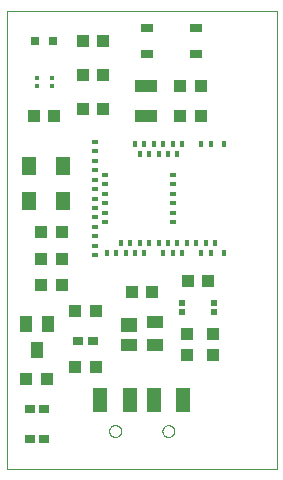
<source format=gtp>
G75*
%MOIN*%
%OFA0B0*%
%FSLAX25Y25*%
%IPPOS*%
%LPD*%
%AMOC8*
5,1,8,0,0,1.08239X$1,22.5*
%
%ADD10C,0.00000*%
%ADD11R,0.01575X0.02362*%
%ADD12R,0.02362X0.01575*%
%ADD13R,0.07480X0.04331*%
%ADD14R,0.04134X0.04252*%
%ADD15R,0.03642X0.02913*%
%ADD16R,0.04252X0.04134*%
%ADD17R,0.05669X0.03937*%
%ADD18R,0.05669X0.04724*%
%ADD19R,0.04724X0.07874*%
%ADD20R,0.03937X0.04331*%
%ADD21R,0.04134X0.02559*%
%ADD22R,0.02165X0.02165*%
%ADD23R,0.03150X0.03150*%
%ADD24R,0.01772X0.01378*%
%ADD25R,0.03937X0.05512*%
%ADD26R,0.04724X0.05906*%
D10*
X0022622Y0058041D02*
X0022622Y0210541D01*
X0112622Y0210541D01*
X0112622Y0058041D01*
X0022622Y0058041D01*
X0056795Y0070541D02*
X0056797Y0070629D01*
X0056803Y0070717D01*
X0056813Y0070805D01*
X0056827Y0070893D01*
X0056844Y0070979D01*
X0056866Y0071065D01*
X0056891Y0071149D01*
X0056921Y0071233D01*
X0056953Y0071315D01*
X0056990Y0071395D01*
X0057030Y0071474D01*
X0057074Y0071551D01*
X0057121Y0071626D01*
X0057171Y0071698D01*
X0057225Y0071769D01*
X0057281Y0071836D01*
X0057341Y0071902D01*
X0057403Y0071964D01*
X0057469Y0072024D01*
X0057536Y0072080D01*
X0057607Y0072134D01*
X0057679Y0072184D01*
X0057754Y0072231D01*
X0057831Y0072275D01*
X0057910Y0072315D01*
X0057990Y0072352D01*
X0058072Y0072384D01*
X0058156Y0072414D01*
X0058240Y0072439D01*
X0058326Y0072461D01*
X0058412Y0072478D01*
X0058500Y0072492D01*
X0058588Y0072502D01*
X0058676Y0072508D01*
X0058764Y0072510D01*
X0058852Y0072508D01*
X0058940Y0072502D01*
X0059028Y0072492D01*
X0059116Y0072478D01*
X0059202Y0072461D01*
X0059288Y0072439D01*
X0059372Y0072414D01*
X0059456Y0072384D01*
X0059538Y0072352D01*
X0059618Y0072315D01*
X0059697Y0072275D01*
X0059774Y0072231D01*
X0059849Y0072184D01*
X0059921Y0072134D01*
X0059992Y0072080D01*
X0060059Y0072024D01*
X0060125Y0071964D01*
X0060187Y0071902D01*
X0060247Y0071836D01*
X0060303Y0071769D01*
X0060357Y0071698D01*
X0060407Y0071626D01*
X0060454Y0071551D01*
X0060498Y0071474D01*
X0060538Y0071395D01*
X0060575Y0071315D01*
X0060607Y0071233D01*
X0060637Y0071149D01*
X0060662Y0071065D01*
X0060684Y0070979D01*
X0060701Y0070893D01*
X0060715Y0070805D01*
X0060725Y0070717D01*
X0060731Y0070629D01*
X0060733Y0070541D01*
X0060731Y0070453D01*
X0060725Y0070365D01*
X0060715Y0070277D01*
X0060701Y0070189D01*
X0060684Y0070103D01*
X0060662Y0070017D01*
X0060637Y0069933D01*
X0060607Y0069849D01*
X0060575Y0069767D01*
X0060538Y0069687D01*
X0060498Y0069608D01*
X0060454Y0069531D01*
X0060407Y0069456D01*
X0060357Y0069384D01*
X0060303Y0069313D01*
X0060247Y0069246D01*
X0060187Y0069180D01*
X0060125Y0069118D01*
X0060059Y0069058D01*
X0059992Y0069002D01*
X0059921Y0068948D01*
X0059849Y0068898D01*
X0059774Y0068851D01*
X0059697Y0068807D01*
X0059618Y0068767D01*
X0059538Y0068730D01*
X0059456Y0068698D01*
X0059372Y0068668D01*
X0059288Y0068643D01*
X0059202Y0068621D01*
X0059116Y0068604D01*
X0059028Y0068590D01*
X0058940Y0068580D01*
X0058852Y0068574D01*
X0058764Y0068572D01*
X0058676Y0068574D01*
X0058588Y0068580D01*
X0058500Y0068590D01*
X0058412Y0068604D01*
X0058326Y0068621D01*
X0058240Y0068643D01*
X0058156Y0068668D01*
X0058072Y0068698D01*
X0057990Y0068730D01*
X0057910Y0068767D01*
X0057831Y0068807D01*
X0057754Y0068851D01*
X0057679Y0068898D01*
X0057607Y0068948D01*
X0057536Y0069002D01*
X0057469Y0069058D01*
X0057403Y0069118D01*
X0057341Y0069180D01*
X0057281Y0069246D01*
X0057225Y0069313D01*
X0057171Y0069384D01*
X0057121Y0069456D01*
X0057074Y0069531D01*
X0057030Y0069608D01*
X0056990Y0069687D01*
X0056953Y0069767D01*
X0056921Y0069849D01*
X0056891Y0069933D01*
X0056866Y0070017D01*
X0056844Y0070103D01*
X0056827Y0070189D01*
X0056813Y0070277D01*
X0056803Y0070365D01*
X0056797Y0070453D01*
X0056795Y0070541D01*
X0074511Y0070541D02*
X0074513Y0070629D01*
X0074519Y0070717D01*
X0074529Y0070805D01*
X0074543Y0070893D01*
X0074560Y0070979D01*
X0074582Y0071065D01*
X0074607Y0071149D01*
X0074637Y0071233D01*
X0074669Y0071315D01*
X0074706Y0071395D01*
X0074746Y0071474D01*
X0074790Y0071551D01*
X0074837Y0071626D01*
X0074887Y0071698D01*
X0074941Y0071769D01*
X0074997Y0071836D01*
X0075057Y0071902D01*
X0075119Y0071964D01*
X0075185Y0072024D01*
X0075252Y0072080D01*
X0075323Y0072134D01*
X0075395Y0072184D01*
X0075470Y0072231D01*
X0075547Y0072275D01*
X0075626Y0072315D01*
X0075706Y0072352D01*
X0075788Y0072384D01*
X0075872Y0072414D01*
X0075956Y0072439D01*
X0076042Y0072461D01*
X0076128Y0072478D01*
X0076216Y0072492D01*
X0076304Y0072502D01*
X0076392Y0072508D01*
X0076480Y0072510D01*
X0076568Y0072508D01*
X0076656Y0072502D01*
X0076744Y0072492D01*
X0076832Y0072478D01*
X0076918Y0072461D01*
X0077004Y0072439D01*
X0077088Y0072414D01*
X0077172Y0072384D01*
X0077254Y0072352D01*
X0077334Y0072315D01*
X0077413Y0072275D01*
X0077490Y0072231D01*
X0077565Y0072184D01*
X0077637Y0072134D01*
X0077708Y0072080D01*
X0077775Y0072024D01*
X0077841Y0071964D01*
X0077903Y0071902D01*
X0077963Y0071836D01*
X0078019Y0071769D01*
X0078073Y0071698D01*
X0078123Y0071626D01*
X0078170Y0071551D01*
X0078214Y0071474D01*
X0078254Y0071395D01*
X0078291Y0071315D01*
X0078323Y0071233D01*
X0078353Y0071149D01*
X0078378Y0071065D01*
X0078400Y0070979D01*
X0078417Y0070893D01*
X0078431Y0070805D01*
X0078441Y0070717D01*
X0078447Y0070629D01*
X0078449Y0070541D01*
X0078447Y0070453D01*
X0078441Y0070365D01*
X0078431Y0070277D01*
X0078417Y0070189D01*
X0078400Y0070103D01*
X0078378Y0070017D01*
X0078353Y0069933D01*
X0078323Y0069849D01*
X0078291Y0069767D01*
X0078254Y0069687D01*
X0078214Y0069608D01*
X0078170Y0069531D01*
X0078123Y0069456D01*
X0078073Y0069384D01*
X0078019Y0069313D01*
X0077963Y0069246D01*
X0077903Y0069180D01*
X0077841Y0069118D01*
X0077775Y0069058D01*
X0077708Y0069002D01*
X0077637Y0068948D01*
X0077565Y0068898D01*
X0077490Y0068851D01*
X0077413Y0068807D01*
X0077334Y0068767D01*
X0077254Y0068730D01*
X0077172Y0068698D01*
X0077088Y0068668D01*
X0077004Y0068643D01*
X0076918Y0068621D01*
X0076832Y0068604D01*
X0076744Y0068590D01*
X0076656Y0068580D01*
X0076568Y0068574D01*
X0076480Y0068572D01*
X0076392Y0068574D01*
X0076304Y0068580D01*
X0076216Y0068590D01*
X0076128Y0068604D01*
X0076042Y0068621D01*
X0075956Y0068643D01*
X0075872Y0068668D01*
X0075788Y0068698D01*
X0075706Y0068730D01*
X0075626Y0068767D01*
X0075547Y0068807D01*
X0075470Y0068851D01*
X0075395Y0068898D01*
X0075323Y0068948D01*
X0075252Y0069002D01*
X0075185Y0069058D01*
X0075119Y0069118D01*
X0075057Y0069180D01*
X0074997Y0069246D01*
X0074941Y0069313D01*
X0074887Y0069384D01*
X0074837Y0069456D01*
X0074790Y0069531D01*
X0074746Y0069608D01*
X0074706Y0069687D01*
X0074669Y0069767D01*
X0074637Y0069849D01*
X0074607Y0069933D01*
X0074582Y0070017D01*
X0074560Y0070103D01*
X0074543Y0070189D01*
X0074529Y0070277D01*
X0074519Y0070365D01*
X0074513Y0070453D01*
X0074511Y0070541D01*
D11*
X0074807Y0129734D03*
X0077957Y0129734D03*
X0079532Y0133278D03*
X0076382Y0133278D03*
X0073232Y0133278D03*
X0070083Y0133278D03*
X0068508Y0129734D03*
X0066933Y0133278D03*
X0063784Y0133278D03*
X0065358Y0129734D03*
X0062209Y0129734D03*
X0059059Y0129734D03*
X0060634Y0133278D03*
X0055910Y0129734D03*
X0066933Y0162805D03*
X0065358Y0166348D03*
X0068508Y0166348D03*
X0070083Y0162805D03*
X0071658Y0166348D03*
X0073232Y0162805D03*
X0074807Y0166348D03*
X0076382Y0162805D03*
X0077957Y0166348D03*
X0079532Y0162805D03*
X0081106Y0166348D03*
X0087406Y0166348D03*
X0090555Y0166348D03*
X0094886Y0166348D03*
X0092130Y0133278D03*
X0090555Y0129734D03*
X0087406Y0129734D03*
X0088980Y0133278D03*
X0085831Y0133278D03*
X0082681Y0133278D03*
X0081106Y0129734D03*
X0094886Y0129734D03*
D12*
X0077957Y0140167D03*
X0077957Y0143317D03*
X0077957Y0146467D03*
X0077957Y0149616D03*
X0077957Y0152766D03*
X0077957Y0155915D03*
X0055516Y0155915D03*
X0055516Y0152766D03*
X0055516Y0149616D03*
X0055516Y0146467D03*
X0055516Y0143317D03*
X0055516Y0140167D03*
X0051973Y0138593D03*
X0051973Y0135443D03*
X0051973Y0132293D03*
X0051973Y0129144D03*
X0051973Y0141742D03*
X0051973Y0144892D03*
X0051973Y0148041D03*
X0051973Y0151191D03*
X0051973Y0154341D03*
X0051973Y0157490D03*
X0051973Y0160640D03*
X0051973Y0163789D03*
X0051973Y0166939D03*
D13*
X0068872Y0175620D03*
X0068872Y0185463D03*
D14*
X0080427Y0185541D03*
X0080427Y0175541D03*
X0087317Y0175541D03*
X0087317Y0185541D03*
X0089817Y0120541D03*
X0082927Y0120541D03*
X0052317Y0110541D03*
X0045427Y0110541D03*
X0041067Y0119291D03*
X0041067Y0128041D03*
X0041067Y0136791D03*
X0034177Y0136791D03*
X0034177Y0128041D03*
X0034177Y0119291D03*
X0045427Y0091791D03*
X0052317Y0091791D03*
X0036067Y0088041D03*
X0029177Y0088041D03*
D15*
X0030260Y0078041D03*
X0034984Y0078041D03*
X0034984Y0068041D03*
X0030260Y0068041D03*
X0046510Y0100541D03*
X0051234Y0100541D03*
D16*
X0082622Y0102736D03*
X0082622Y0095846D03*
X0091372Y0095846D03*
X0091372Y0102736D03*
D17*
X0071953Y0099301D03*
X0071953Y0106781D03*
X0063291Y0099301D03*
D18*
X0063291Y0105994D03*
D19*
X0063685Y0080778D03*
X0071559Y0080778D03*
X0081402Y0080778D03*
X0053843Y0080778D03*
D20*
X0064276Y0116791D03*
X0070969Y0116791D03*
X0038469Y0175541D03*
X0031776Y0175541D03*
X0048026Y0178041D03*
X0054719Y0178041D03*
X0054719Y0189291D03*
X0048026Y0189291D03*
X0048026Y0200541D03*
X0054719Y0200541D03*
D21*
X0069453Y0196309D03*
X0069453Y0204774D03*
X0085791Y0204774D03*
X0085791Y0196309D03*
D22*
X0081156Y0113268D03*
X0081156Y0110315D03*
X0091589Y0110315D03*
X0091589Y0113268D03*
D23*
X0038075Y0200541D03*
X0032169Y0200541D03*
D24*
X0032563Y0188169D03*
X0032563Y0185413D03*
X0037681Y0185413D03*
X0037681Y0188169D03*
D25*
X0036362Y0106122D03*
X0032622Y0097461D03*
X0028882Y0106122D03*
D26*
X0030122Y0147333D03*
X0030122Y0158750D03*
X0041372Y0158750D03*
X0041372Y0147333D03*
M02*

</source>
